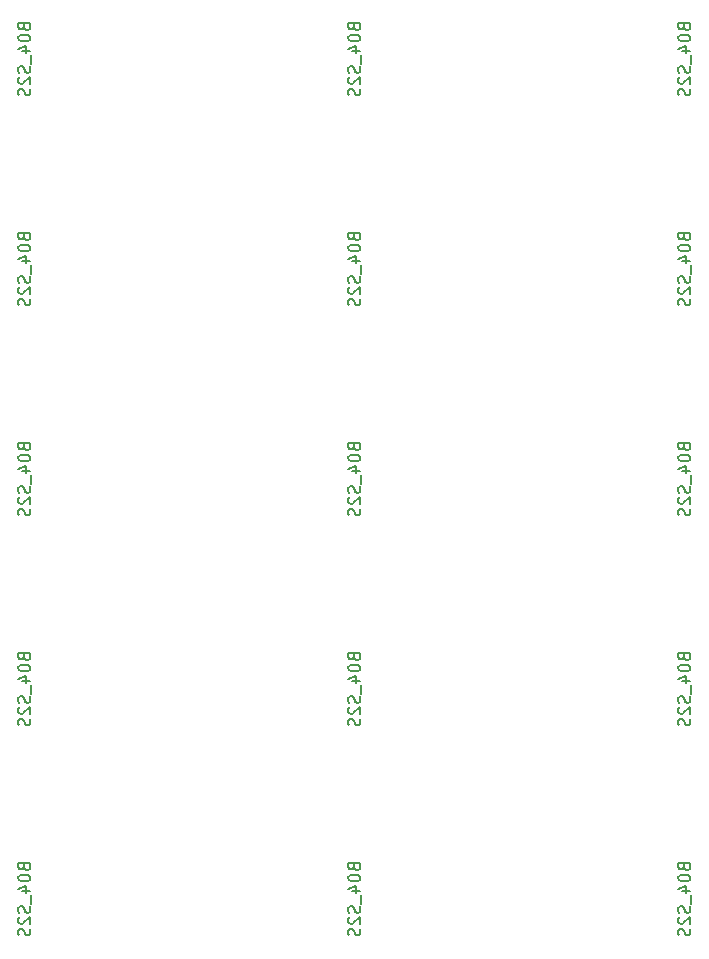
<source format=gbr>
G04 #@! TF.GenerationSoftware,KiCad,Pcbnew,5.1.5-52549c5~86~ubuntu18.04.1*
G04 #@! TF.CreationDate,2020-10-02T17:29:00-05:00*
G04 #@! TF.ProjectId,,58585858-5858-4585-9858-585858585858,rev?*
G04 #@! TF.SameCoordinates,Original*
G04 #@! TF.FileFunction,Legend,Bot*
G04 #@! TF.FilePolarity,Positive*
%FSLAX46Y46*%
G04 Gerber Fmt 4.6, Leading zero omitted, Abs format (unit mm)*
G04 Created by KiCad (PCBNEW 5.1.5-52549c5~86~ubuntu18.04.1) date 2020-10-02 17:29:00*
%MOMM*%
%LPD*%
G04 APERTURE LIST*
%ADD10C,0.150000*%
G04 APERTURE END LIST*
D10*
X178490571Y-139346323D02*
X178538190Y-139489180D01*
X178585809Y-139536800D01*
X178681047Y-139584419D01*
X178823904Y-139584419D01*
X178919142Y-139536800D01*
X178966761Y-139489180D01*
X179014380Y-139393942D01*
X179014380Y-139012990D01*
X178014380Y-139012990D01*
X178014380Y-139346323D01*
X178062000Y-139441561D01*
X178109619Y-139489180D01*
X178204857Y-139536800D01*
X178300095Y-139536800D01*
X178395333Y-139489180D01*
X178442952Y-139441561D01*
X178490571Y-139346323D01*
X178490571Y-139012990D01*
X178014380Y-140203466D02*
X178014380Y-140298704D01*
X178062000Y-140393942D01*
X178109619Y-140441561D01*
X178204857Y-140489180D01*
X178395333Y-140536800D01*
X178633428Y-140536800D01*
X178823904Y-140489180D01*
X178919142Y-140441561D01*
X178966761Y-140393942D01*
X179014380Y-140298704D01*
X179014380Y-140203466D01*
X178966761Y-140108228D01*
X178919142Y-140060609D01*
X178823904Y-140012990D01*
X178633428Y-139965371D01*
X178395333Y-139965371D01*
X178204857Y-140012990D01*
X178109619Y-140060609D01*
X178062000Y-140108228D01*
X178014380Y-140203466D01*
X178347714Y-141393942D02*
X179014380Y-141393942D01*
X177966761Y-141155847D02*
X178681047Y-140917752D01*
X178681047Y-141536800D01*
X179109619Y-141679657D02*
X179109619Y-142441561D01*
X178966761Y-142632038D02*
X179014380Y-142774895D01*
X179014380Y-143012990D01*
X178966761Y-143108228D01*
X178919142Y-143155847D01*
X178823904Y-143203466D01*
X178728666Y-143203466D01*
X178633428Y-143155847D01*
X178585809Y-143108228D01*
X178538190Y-143012990D01*
X178490571Y-142822514D01*
X178442952Y-142727276D01*
X178395333Y-142679657D01*
X178300095Y-142632038D01*
X178204857Y-142632038D01*
X178109619Y-142679657D01*
X178062000Y-142727276D01*
X178014380Y-142822514D01*
X178014380Y-143060609D01*
X178062000Y-143203466D01*
X178109619Y-143584419D02*
X178062000Y-143632038D01*
X178014380Y-143727276D01*
X178014380Y-143965371D01*
X178062000Y-144060609D01*
X178109619Y-144108228D01*
X178204857Y-144155847D01*
X178300095Y-144155847D01*
X178442952Y-144108228D01*
X179014380Y-143536800D01*
X179014380Y-144155847D01*
X178966761Y-144536800D02*
X179014380Y-144679657D01*
X179014380Y-144917752D01*
X178966761Y-145012990D01*
X178919142Y-145060609D01*
X178823904Y-145108228D01*
X178728666Y-145108228D01*
X178633428Y-145060609D01*
X178585809Y-145012990D01*
X178538190Y-144917752D01*
X178490571Y-144727276D01*
X178442952Y-144632038D01*
X178395333Y-144584419D01*
X178300095Y-144536800D01*
X178204857Y-144536800D01*
X178109619Y-144584419D01*
X178062000Y-144632038D01*
X178014380Y-144727276D01*
X178014380Y-144965371D01*
X178062000Y-145108228D01*
X150550571Y-139346323D02*
X150598190Y-139489180D01*
X150645809Y-139536800D01*
X150741047Y-139584419D01*
X150883904Y-139584419D01*
X150979142Y-139536800D01*
X151026761Y-139489180D01*
X151074380Y-139393942D01*
X151074380Y-139012990D01*
X150074380Y-139012990D01*
X150074380Y-139346323D01*
X150122000Y-139441561D01*
X150169619Y-139489180D01*
X150264857Y-139536800D01*
X150360095Y-139536800D01*
X150455333Y-139489180D01*
X150502952Y-139441561D01*
X150550571Y-139346323D01*
X150550571Y-139012990D01*
X150074380Y-140203466D02*
X150074380Y-140298704D01*
X150122000Y-140393942D01*
X150169619Y-140441561D01*
X150264857Y-140489180D01*
X150455333Y-140536800D01*
X150693428Y-140536800D01*
X150883904Y-140489180D01*
X150979142Y-140441561D01*
X151026761Y-140393942D01*
X151074380Y-140298704D01*
X151074380Y-140203466D01*
X151026761Y-140108228D01*
X150979142Y-140060609D01*
X150883904Y-140012990D01*
X150693428Y-139965371D01*
X150455333Y-139965371D01*
X150264857Y-140012990D01*
X150169619Y-140060609D01*
X150122000Y-140108228D01*
X150074380Y-140203466D01*
X150407714Y-141393942D02*
X151074380Y-141393942D01*
X150026761Y-141155847D02*
X150741047Y-140917752D01*
X150741047Y-141536800D01*
X151169619Y-141679657D02*
X151169619Y-142441561D01*
X151026761Y-142632038D02*
X151074380Y-142774895D01*
X151074380Y-143012990D01*
X151026761Y-143108228D01*
X150979142Y-143155847D01*
X150883904Y-143203466D01*
X150788666Y-143203466D01*
X150693428Y-143155847D01*
X150645809Y-143108228D01*
X150598190Y-143012990D01*
X150550571Y-142822514D01*
X150502952Y-142727276D01*
X150455333Y-142679657D01*
X150360095Y-142632038D01*
X150264857Y-142632038D01*
X150169619Y-142679657D01*
X150122000Y-142727276D01*
X150074380Y-142822514D01*
X150074380Y-143060609D01*
X150122000Y-143203466D01*
X150169619Y-143584419D02*
X150122000Y-143632038D01*
X150074380Y-143727276D01*
X150074380Y-143965371D01*
X150122000Y-144060609D01*
X150169619Y-144108228D01*
X150264857Y-144155847D01*
X150360095Y-144155847D01*
X150502952Y-144108228D01*
X151074380Y-143536800D01*
X151074380Y-144155847D01*
X151026761Y-144536800D02*
X151074380Y-144679657D01*
X151074380Y-144917752D01*
X151026761Y-145012990D01*
X150979142Y-145060609D01*
X150883904Y-145108228D01*
X150788666Y-145108228D01*
X150693428Y-145060609D01*
X150645809Y-145012990D01*
X150598190Y-144917752D01*
X150550571Y-144727276D01*
X150502952Y-144632038D01*
X150455333Y-144584419D01*
X150360095Y-144536800D01*
X150264857Y-144536800D01*
X150169619Y-144584419D01*
X150122000Y-144632038D01*
X150074380Y-144727276D01*
X150074380Y-144965371D01*
X150122000Y-145108228D01*
X122610571Y-139346323D02*
X122658190Y-139489180D01*
X122705809Y-139536800D01*
X122801047Y-139584419D01*
X122943904Y-139584419D01*
X123039142Y-139536800D01*
X123086761Y-139489180D01*
X123134380Y-139393942D01*
X123134380Y-139012990D01*
X122134380Y-139012990D01*
X122134380Y-139346323D01*
X122182000Y-139441561D01*
X122229619Y-139489180D01*
X122324857Y-139536800D01*
X122420095Y-139536800D01*
X122515333Y-139489180D01*
X122562952Y-139441561D01*
X122610571Y-139346323D01*
X122610571Y-139012990D01*
X122134380Y-140203466D02*
X122134380Y-140298704D01*
X122182000Y-140393942D01*
X122229619Y-140441561D01*
X122324857Y-140489180D01*
X122515333Y-140536800D01*
X122753428Y-140536800D01*
X122943904Y-140489180D01*
X123039142Y-140441561D01*
X123086761Y-140393942D01*
X123134380Y-140298704D01*
X123134380Y-140203466D01*
X123086761Y-140108228D01*
X123039142Y-140060609D01*
X122943904Y-140012990D01*
X122753428Y-139965371D01*
X122515333Y-139965371D01*
X122324857Y-140012990D01*
X122229619Y-140060609D01*
X122182000Y-140108228D01*
X122134380Y-140203466D01*
X122467714Y-141393942D02*
X123134380Y-141393942D01*
X122086761Y-141155847D02*
X122801047Y-140917752D01*
X122801047Y-141536800D01*
X123229619Y-141679657D02*
X123229619Y-142441561D01*
X123086761Y-142632038D02*
X123134380Y-142774895D01*
X123134380Y-143012990D01*
X123086761Y-143108228D01*
X123039142Y-143155847D01*
X122943904Y-143203466D01*
X122848666Y-143203466D01*
X122753428Y-143155847D01*
X122705809Y-143108228D01*
X122658190Y-143012990D01*
X122610571Y-142822514D01*
X122562952Y-142727276D01*
X122515333Y-142679657D01*
X122420095Y-142632038D01*
X122324857Y-142632038D01*
X122229619Y-142679657D01*
X122182000Y-142727276D01*
X122134380Y-142822514D01*
X122134380Y-143060609D01*
X122182000Y-143203466D01*
X122229619Y-143584419D02*
X122182000Y-143632038D01*
X122134380Y-143727276D01*
X122134380Y-143965371D01*
X122182000Y-144060609D01*
X122229619Y-144108228D01*
X122324857Y-144155847D01*
X122420095Y-144155847D01*
X122562952Y-144108228D01*
X123134380Y-143536800D01*
X123134380Y-144155847D01*
X123086761Y-144536800D02*
X123134380Y-144679657D01*
X123134380Y-144917752D01*
X123086761Y-145012990D01*
X123039142Y-145060609D01*
X122943904Y-145108228D01*
X122848666Y-145108228D01*
X122753428Y-145060609D01*
X122705809Y-145012990D01*
X122658190Y-144917752D01*
X122610571Y-144727276D01*
X122562952Y-144632038D01*
X122515333Y-144584419D01*
X122420095Y-144536800D01*
X122324857Y-144536800D01*
X122229619Y-144584419D01*
X122182000Y-144632038D01*
X122134380Y-144727276D01*
X122134380Y-144965371D01*
X122182000Y-145108228D01*
X178490571Y-121566323D02*
X178538190Y-121709180D01*
X178585809Y-121756800D01*
X178681047Y-121804419D01*
X178823904Y-121804419D01*
X178919142Y-121756800D01*
X178966761Y-121709180D01*
X179014380Y-121613942D01*
X179014380Y-121232990D01*
X178014380Y-121232990D01*
X178014380Y-121566323D01*
X178062000Y-121661561D01*
X178109619Y-121709180D01*
X178204857Y-121756800D01*
X178300095Y-121756800D01*
X178395333Y-121709180D01*
X178442952Y-121661561D01*
X178490571Y-121566323D01*
X178490571Y-121232990D01*
X178014380Y-122423466D02*
X178014380Y-122518704D01*
X178062000Y-122613942D01*
X178109619Y-122661561D01*
X178204857Y-122709180D01*
X178395333Y-122756800D01*
X178633428Y-122756800D01*
X178823904Y-122709180D01*
X178919142Y-122661561D01*
X178966761Y-122613942D01*
X179014380Y-122518704D01*
X179014380Y-122423466D01*
X178966761Y-122328228D01*
X178919142Y-122280609D01*
X178823904Y-122232990D01*
X178633428Y-122185371D01*
X178395333Y-122185371D01*
X178204857Y-122232990D01*
X178109619Y-122280609D01*
X178062000Y-122328228D01*
X178014380Y-122423466D01*
X178347714Y-123613942D02*
X179014380Y-123613942D01*
X177966761Y-123375847D02*
X178681047Y-123137752D01*
X178681047Y-123756800D01*
X179109619Y-123899657D02*
X179109619Y-124661561D01*
X178966761Y-124852038D02*
X179014380Y-124994895D01*
X179014380Y-125232990D01*
X178966761Y-125328228D01*
X178919142Y-125375847D01*
X178823904Y-125423466D01*
X178728666Y-125423466D01*
X178633428Y-125375847D01*
X178585809Y-125328228D01*
X178538190Y-125232990D01*
X178490571Y-125042514D01*
X178442952Y-124947276D01*
X178395333Y-124899657D01*
X178300095Y-124852038D01*
X178204857Y-124852038D01*
X178109619Y-124899657D01*
X178062000Y-124947276D01*
X178014380Y-125042514D01*
X178014380Y-125280609D01*
X178062000Y-125423466D01*
X178109619Y-125804419D02*
X178062000Y-125852038D01*
X178014380Y-125947276D01*
X178014380Y-126185371D01*
X178062000Y-126280609D01*
X178109619Y-126328228D01*
X178204857Y-126375847D01*
X178300095Y-126375847D01*
X178442952Y-126328228D01*
X179014380Y-125756800D01*
X179014380Y-126375847D01*
X178966761Y-126756800D02*
X179014380Y-126899657D01*
X179014380Y-127137752D01*
X178966761Y-127232990D01*
X178919142Y-127280609D01*
X178823904Y-127328228D01*
X178728666Y-127328228D01*
X178633428Y-127280609D01*
X178585809Y-127232990D01*
X178538190Y-127137752D01*
X178490571Y-126947276D01*
X178442952Y-126852038D01*
X178395333Y-126804419D01*
X178300095Y-126756800D01*
X178204857Y-126756800D01*
X178109619Y-126804419D01*
X178062000Y-126852038D01*
X178014380Y-126947276D01*
X178014380Y-127185371D01*
X178062000Y-127328228D01*
X150550571Y-121566323D02*
X150598190Y-121709180D01*
X150645809Y-121756800D01*
X150741047Y-121804419D01*
X150883904Y-121804419D01*
X150979142Y-121756800D01*
X151026761Y-121709180D01*
X151074380Y-121613942D01*
X151074380Y-121232990D01*
X150074380Y-121232990D01*
X150074380Y-121566323D01*
X150122000Y-121661561D01*
X150169619Y-121709180D01*
X150264857Y-121756800D01*
X150360095Y-121756800D01*
X150455333Y-121709180D01*
X150502952Y-121661561D01*
X150550571Y-121566323D01*
X150550571Y-121232990D01*
X150074380Y-122423466D02*
X150074380Y-122518704D01*
X150122000Y-122613942D01*
X150169619Y-122661561D01*
X150264857Y-122709180D01*
X150455333Y-122756800D01*
X150693428Y-122756800D01*
X150883904Y-122709180D01*
X150979142Y-122661561D01*
X151026761Y-122613942D01*
X151074380Y-122518704D01*
X151074380Y-122423466D01*
X151026761Y-122328228D01*
X150979142Y-122280609D01*
X150883904Y-122232990D01*
X150693428Y-122185371D01*
X150455333Y-122185371D01*
X150264857Y-122232990D01*
X150169619Y-122280609D01*
X150122000Y-122328228D01*
X150074380Y-122423466D01*
X150407714Y-123613942D02*
X151074380Y-123613942D01*
X150026761Y-123375847D02*
X150741047Y-123137752D01*
X150741047Y-123756800D01*
X151169619Y-123899657D02*
X151169619Y-124661561D01*
X151026761Y-124852038D02*
X151074380Y-124994895D01*
X151074380Y-125232990D01*
X151026761Y-125328228D01*
X150979142Y-125375847D01*
X150883904Y-125423466D01*
X150788666Y-125423466D01*
X150693428Y-125375847D01*
X150645809Y-125328228D01*
X150598190Y-125232990D01*
X150550571Y-125042514D01*
X150502952Y-124947276D01*
X150455333Y-124899657D01*
X150360095Y-124852038D01*
X150264857Y-124852038D01*
X150169619Y-124899657D01*
X150122000Y-124947276D01*
X150074380Y-125042514D01*
X150074380Y-125280609D01*
X150122000Y-125423466D01*
X150169619Y-125804419D02*
X150122000Y-125852038D01*
X150074380Y-125947276D01*
X150074380Y-126185371D01*
X150122000Y-126280609D01*
X150169619Y-126328228D01*
X150264857Y-126375847D01*
X150360095Y-126375847D01*
X150502952Y-126328228D01*
X151074380Y-125756800D01*
X151074380Y-126375847D01*
X151026761Y-126756800D02*
X151074380Y-126899657D01*
X151074380Y-127137752D01*
X151026761Y-127232990D01*
X150979142Y-127280609D01*
X150883904Y-127328228D01*
X150788666Y-127328228D01*
X150693428Y-127280609D01*
X150645809Y-127232990D01*
X150598190Y-127137752D01*
X150550571Y-126947276D01*
X150502952Y-126852038D01*
X150455333Y-126804419D01*
X150360095Y-126756800D01*
X150264857Y-126756800D01*
X150169619Y-126804419D01*
X150122000Y-126852038D01*
X150074380Y-126947276D01*
X150074380Y-127185371D01*
X150122000Y-127328228D01*
X122610571Y-121566323D02*
X122658190Y-121709180D01*
X122705809Y-121756800D01*
X122801047Y-121804419D01*
X122943904Y-121804419D01*
X123039142Y-121756800D01*
X123086761Y-121709180D01*
X123134380Y-121613942D01*
X123134380Y-121232990D01*
X122134380Y-121232990D01*
X122134380Y-121566323D01*
X122182000Y-121661561D01*
X122229619Y-121709180D01*
X122324857Y-121756800D01*
X122420095Y-121756800D01*
X122515333Y-121709180D01*
X122562952Y-121661561D01*
X122610571Y-121566323D01*
X122610571Y-121232990D01*
X122134380Y-122423466D02*
X122134380Y-122518704D01*
X122182000Y-122613942D01*
X122229619Y-122661561D01*
X122324857Y-122709180D01*
X122515333Y-122756800D01*
X122753428Y-122756800D01*
X122943904Y-122709180D01*
X123039142Y-122661561D01*
X123086761Y-122613942D01*
X123134380Y-122518704D01*
X123134380Y-122423466D01*
X123086761Y-122328228D01*
X123039142Y-122280609D01*
X122943904Y-122232990D01*
X122753428Y-122185371D01*
X122515333Y-122185371D01*
X122324857Y-122232990D01*
X122229619Y-122280609D01*
X122182000Y-122328228D01*
X122134380Y-122423466D01*
X122467714Y-123613942D02*
X123134380Y-123613942D01*
X122086761Y-123375847D02*
X122801047Y-123137752D01*
X122801047Y-123756800D01*
X123229619Y-123899657D02*
X123229619Y-124661561D01*
X123086761Y-124852038D02*
X123134380Y-124994895D01*
X123134380Y-125232990D01*
X123086761Y-125328228D01*
X123039142Y-125375847D01*
X122943904Y-125423466D01*
X122848666Y-125423466D01*
X122753428Y-125375847D01*
X122705809Y-125328228D01*
X122658190Y-125232990D01*
X122610571Y-125042514D01*
X122562952Y-124947276D01*
X122515333Y-124899657D01*
X122420095Y-124852038D01*
X122324857Y-124852038D01*
X122229619Y-124899657D01*
X122182000Y-124947276D01*
X122134380Y-125042514D01*
X122134380Y-125280609D01*
X122182000Y-125423466D01*
X122229619Y-125804419D02*
X122182000Y-125852038D01*
X122134380Y-125947276D01*
X122134380Y-126185371D01*
X122182000Y-126280609D01*
X122229619Y-126328228D01*
X122324857Y-126375847D01*
X122420095Y-126375847D01*
X122562952Y-126328228D01*
X123134380Y-125756800D01*
X123134380Y-126375847D01*
X123086761Y-126756800D02*
X123134380Y-126899657D01*
X123134380Y-127137752D01*
X123086761Y-127232990D01*
X123039142Y-127280609D01*
X122943904Y-127328228D01*
X122848666Y-127328228D01*
X122753428Y-127280609D01*
X122705809Y-127232990D01*
X122658190Y-127137752D01*
X122610571Y-126947276D01*
X122562952Y-126852038D01*
X122515333Y-126804419D01*
X122420095Y-126756800D01*
X122324857Y-126756800D01*
X122229619Y-126804419D01*
X122182000Y-126852038D01*
X122134380Y-126947276D01*
X122134380Y-127185371D01*
X122182000Y-127328228D01*
X178490571Y-103786323D02*
X178538190Y-103929180D01*
X178585809Y-103976800D01*
X178681047Y-104024419D01*
X178823904Y-104024419D01*
X178919142Y-103976800D01*
X178966761Y-103929180D01*
X179014380Y-103833942D01*
X179014380Y-103452990D01*
X178014380Y-103452990D01*
X178014380Y-103786323D01*
X178062000Y-103881561D01*
X178109619Y-103929180D01*
X178204857Y-103976800D01*
X178300095Y-103976800D01*
X178395333Y-103929180D01*
X178442952Y-103881561D01*
X178490571Y-103786323D01*
X178490571Y-103452990D01*
X178014380Y-104643466D02*
X178014380Y-104738704D01*
X178062000Y-104833942D01*
X178109619Y-104881561D01*
X178204857Y-104929180D01*
X178395333Y-104976800D01*
X178633428Y-104976800D01*
X178823904Y-104929180D01*
X178919142Y-104881561D01*
X178966761Y-104833942D01*
X179014380Y-104738704D01*
X179014380Y-104643466D01*
X178966761Y-104548228D01*
X178919142Y-104500609D01*
X178823904Y-104452990D01*
X178633428Y-104405371D01*
X178395333Y-104405371D01*
X178204857Y-104452990D01*
X178109619Y-104500609D01*
X178062000Y-104548228D01*
X178014380Y-104643466D01*
X178347714Y-105833942D02*
X179014380Y-105833942D01*
X177966761Y-105595847D02*
X178681047Y-105357752D01*
X178681047Y-105976800D01*
X179109619Y-106119657D02*
X179109619Y-106881561D01*
X178966761Y-107072038D02*
X179014380Y-107214895D01*
X179014380Y-107452990D01*
X178966761Y-107548228D01*
X178919142Y-107595847D01*
X178823904Y-107643466D01*
X178728666Y-107643466D01*
X178633428Y-107595847D01*
X178585809Y-107548228D01*
X178538190Y-107452990D01*
X178490571Y-107262514D01*
X178442952Y-107167276D01*
X178395333Y-107119657D01*
X178300095Y-107072038D01*
X178204857Y-107072038D01*
X178109619Y-107119657D01*
X178062000Y-107167276D01*
X178014380Y-107262514D01*
X178014380Y-107500609D01*
X178062000Y-107643466D01*
X178109619Y-108024419D02*
X178062000Y-108072038D01*
X178014380Y-108167276D01*
X178014380Y-108405371D01*
X178062000Y-108500609D01*
X178109619Y-108548228D01*
X178204857Y-108595847D01*
X178300095Y-108595847D01*
X178442952Y-108548228D01*
X179014380Y-107976800D01*
X179014380Y-108595847D01*
X178966761Y-108976800D02*
X179014380Y-109119657D01*
X179014380Y-109357752D01*
X178966761Y-109452990D01*
X178919142Y-109500609D01*
X178823904Y-109548228D01*
X178728666Y-109548228D01*
X178633428Y-109500609D01*
X178585809Y-109452990D01*
X178538190Y-109357752D01*
X178490571Y-109167276D01*
X178442952Y-109072038D01*
X178395333Y-109024419D01*
X178300095Y-108976800D01*
X178204857Y-108976800D01*
X178109619Y-109024419D01*
X178062000Y-109072038D01*
X178014380Y-109167276D01*
X178014380Y-109405371D01*
X178062000Y-109548228D01*
X150550571Y-103786323D02*
X150598190Y-103929180D01*
X150645809Y-103976800D01*
X150741047Y-104024419D01*
X150883904Y-104024419D01*
X150979142Y-103976800D01*
X151026761Y-103929180D01*
X151074380Y-103833942D01*
X151074380Y-103452990D01*
X150074380Y-103452990D01*
X150074380Y-103786323D01*
X150122000Y-103881561D01*
X150169619Y-103929180D01*
X150264857Y-103976800D01*
X150360095Y-103976800D01*
X150455333Y-103929180D01*
X150502952Y-103881561D01*
X150550571Y-103786323D01*
X150550571Y-103452990D01*
X150074380Y-104643466D02*
X150074380Y-104738704D01*
X150122000Y-104833942D01*
X150169619Y-104881561D01*
X150264857Y-104929180D01*
X150455333Y-104976800D01*
X150693428Y-104976800D01*
X150883904Y-104929180D01*
X150979142Y-104881561D01*
X151026761Y-104833942D01*
X151074380Y-104738704D01*
X151074380Y-104643466D01*
X151026761Y-104548228D01*
X150979142Y-104500609D01*
X150883904Y-104452990D01*
X150693428Y-104405371D01*
X150455333Y-104405371D01*
X150264857Y-104452990D01*
X150169619Y-104500609D01*
X150122000Y-104548228D01*
X150074380Y-104643466D01*
X150407714Y-105833942D02*
X151074380Y-105833942D01*
X150026761Y-105595847D02*
X150741047Y-105357752D01*
X150741047Y-105976800D01*
X151169619Y-106119657D02*
X151169619Y-106881561D01*
X151026761Y-107072038D02*
X151074380Y-107214895D01*
X151074380Y-107452990D01*
X151026761Y-107548228D01*
X150979142Y-107595847D01*
X150883904Y-107643466D01*
X150788666Y-107643466D01*
X150693428Y-107595847D01*
X150645809Y-107548228D01*
X150598190Y-107452990D01*
X150550571Y-107262514D01*
X150502952Y-107167276D01*
X150455333Y-107119657D01*
X150360095Y-107072038D01*
X150264857Y-107072038D01*
X150169619Y-107119657D01*
X150122000Y-107167276D01*
X150074380Y-107262514D01*
X150074380Y-107500609D01*
X150122000Y-107643466D01*
X150169619Y-108024419D02*
X150122000Y-108072038D01*
X150074380Y-108167276D01*
X150074380Y-108405371D01*
X150122000Y-108500609D01*
X150169619Y-108548228D01*
X150264857Y-108595847D01*
X150360095Y-108595847D01*
X150502952Y-108548228D01*
X151074380Y-107976800D01*
X151074380Y-108595847D01*
X151026761Y-108976800D02*
X151074380Y-109119657D01*
X151074380Y-109357752D01*
X151026761Y-109452990D01*
X150979142Y-109500609D01*
X150883904Y-109548228D01*
X150788666Y-109548228D01*
X150693428Y-109500609D01*
X150645809Y-109452990D01*
X150598190Y-109357752D01*
X150550571Y-109167276D01*
X150502952Y-109072038D01*
X150455333Y-109024419D01*
X150360095Y-108976800D01*
X150264857Y-108976800D01*
X150169619Y-109024419D01*
X150122000Y-109072038D01*
X150074380Y-109167276D01*
X150074380Y-109405371D01*
X150122000Y-109548228D01*
X122610571Y-103786323D02*
X122658190Y-103929180D01*
X122705809Y-103976800D01*
X122801047Y-104024419D01*
X122943904Y-104024419D01*
X123039142Y-103976800D01*
X123086761Y-103929180D01*
X123134380Y-103833942D01*
X123134380Y-103452990D01*
X122134380Y-103452990D01*
X122134380Y-103786323D01*
X122182000Y-103881561D01*
X122229619Y-103929180D01*
X122324857Y-103976800D01*
X122420095Y-103976800D01*
X122515333Y-103929180D01*
X122562952Y-103881561D01*
X122610571Y-103786323D01*
X122610571Y-103452990D01*
X122134380Y-104643466D02*
X122134380Y-104738704D01*
X122182000Y-104833942D01*
X122229619Y-104881561D01*
X122324857Y-104929180D01*
X122515333Y-104976800D01*
X122753428Y-104976800D01*
X122943904Y-104929180D01*
X123039142Y-104881561D01*
X123086761Y-104833942D01*
X123134380Y-104738704D01*
X123134380Y-104643466D01*
X123086761Y-104548228D01*
X123039142Y-104500609D01*
X122943904Y-104452990D01*
X122753428Y-104405371D01*
X122515333Y-104405371D01*
X122324857Y-104452990D01*
X122229619Y-104500609D01*
X122182000Y-104548228D01*
X122134380Y-104643466D01*
X122467714Y-105833942D02*
X123134380Y-105833942D01*
X122086761Y-105595847D02*
X122801047Y-105357752D01*
X122801047Y-105976800D01*
X123229619Y-106119657D02*
X123229619Y-106881561D01*
X123086761Y-107072038D02*
X123134380Y-107214895D01*
X123134380Y-107452990D01*
X123086761Y-107548228D01*
X123039142Y-107595847D01*
X122943904Y-107643466D01*
X122848666Y-107643466D01*
X122753428Y-107595847D01*
X122705809Y-107548228D01*
X122658190Y-107452990D01*
X122610571Y-107262514D01*
X122562952Y-107167276D01*
X122515333Y-107119657D01*
X122420095Y-107072038D01*
X122324857Y-107072038D01*
X122229619Y-107119657D01*
X122182000Y-107167276D01*
X122134380Y-107262514D01*
X122134380Y-107500609D01*
X122182000Y-107643466D01*
X122229619Y-108024419D02*
X122182000Y-108072038D01*
X122134380Y-108167276D01*
X122134380Y-108405371D01*
X122182000Y-108500609D01*
X122229619Y-108548228D01*
X122324857Y-108595847D01*
X122420095Y-108595847D01*
X122562952Y-108548228D01*
X123134380Y-107976800D01*
X123134380Y-108595847D01*
X123086761Y-108976800D02*
X123134380Y-109119657D01*
X123134380Y-109357752D01*
X123086761Y-109452990D01*
X123039142Y-109500609D01*
X122943904Y-109548228D01*
X122848666Y-109548228D01*
X122753428Y-109500609D01*
X122705809Y-109452990D01*
X122658190Y-109357752D01*
X122610571Y-109167276D01*
X122562952Y-109072038D01*
X122515333Y-109024419D01*
X122420095Y-108976800D01*
X122324857Y-108976800D01*
X122229619Y-109024419D01*
X122182000Y-109072038D01*
X122134380Y-109167276D01*
X122134380Y-109405371D01*
X122182000Y-109548228D01*
X178490571Y-86006323D02*
X178538190Y-86149180D01*
X178585809Y-86196800D01*
X178681047Y-86244419D01*
X178823904Y-86244419D01*
X178919142Y-86196800D01*
X178966761Y-86149180D01*
X179014380Y-86053942D01*
X179014380Y-85672990D01*
X178014380Y-85672990D01*
X178014380Y-86006323D01*
X178062000Y-86101561D01*
X178109619Y-86149180D01*
X178204857Y-86196800D01*
X178300095Y-86196800D01*
X178395333Y-86149180D01*
X178442952Y-86101561D01*
X178490571Y-86006323D01*
X178490571Y-85672990D01*
X178014380Y-86863466D02*
X178014380Y-86958704D01*
X178062000Y-87053942D01*
X178109619Y-87101561D01*
X178204857Y-87149180D01*
X178395333Y-87196800D01*
X178633428Y-87196800D01*
X178823904Y-87149180D01*
X178919142Y-87101561D01*
X178966761Y-87053942D01*
X179014380Y-86958704D01*
X179014380Y-86863466D01*
X178966761Y-86768228D01*
X178919142Y-86720609D01*
X178823904Y-86672990D01*
X178633428Y-86625371D01*
X178395333Y-86625371D01*
X178204857Y-86672990D01*
X178109619Y-86720609D01*
X178062000Y-86768228D01*
X178014380Y-86863466D01*
X178347714Y-88053942D02*
X179014380Y-88053942D01*
X177966761Y-87815847D02*
X178681047Y-87577752D01*
X178681047Y-88196800D01*
X179109619Y-88339657D02*
X179109619Y-89101561D01*
X178966761Y-89292038D02*
X179014380Y-89434895D01*
X179014380Y-89672990D01*
X178966761Y-89768228D01*
X178919142Y-89815847D01*
X178823904Y-89863466D01*
X178728666Y-89863466D01*
X178633428Y-89815847D01*
X178585809Y-89768228D01*
X178538190Y-89672990D01*
X178490571Y-89482514D01*
X178442952Y-89387276D01*
X178395333Y-89339657D01*
X178300095Y-89292038D01*
X178204857Y-89292038D01*
X178109619Y-89339657D01*
X178062000Y-89387276D01*
X178014380Y-89482514D01*
X178014380Y-89720609D01*
X178062000Y-89863466D01*
X178109619Y-90244419D02*
X178062000Y-90292038D01*
X178014380Y-90387276D01*
X178014380Y-90625371D01*
X178062000Y-90720609D01*
X178109619Y-90768228D01*
X178204857Y-90815847D01*
X178300095Y-90815847D01*
X178442952Y-90768228D01*
X179014380Y-90196800D01*
X179014380Y-90815847D01*
X178966761Y-91196800D02*
X179014380Y-91339657D01*
X179014380Y-91577752D01*
X178966761Y-91672990D01*
X178919142Y-91720609D01*
X178823904Y-91768228D01*
X178728666Y-91768228D01*
X178633428Y-91720609D01*
X178585809Y-91672990D01*
X178538190Y-91577752D01*
X178490571Y-91387276D01*
X178442952Y-91292038D01*
X178395333Y-91244419D01*
X178300095Y-91196800D01*
X178204857Y-91196800D01*
X178109619Y-91244419D01*
X178062000Y-91292038D01*
X178014380Y-91387276D01*
X178014380Y-91625371D01*
X178062000Y-91768228D01*
X150550571Y-86006323D02*
X150598190Y-86149180D01*
X150645809Y-86196800D01*
X150741047Y-86244419D01*
X150883904Y-86244419D01*
X150979142Y-86196800D01*
X151026761Y-86149180D01*
X151074380Y-86053942D01*
X151074380Y-85672990D01*
X150074380Y-85672990D01*
X150074380Y-86006323D01*
X150122000Y-86101561D01*
X150169619Y-86149180D01*
X150264857Y-86196800D01*
X150360095Y-86196800D01*
X150455333Y-86149180D01*
X150502952Y-86101561D01*
X150550571Y-86006323D01*
X150550571Y-85672990D01*
X150074380Y-86863466D02*
X150074380Y-86958704D01*
X150122000Y-87053942D01*
X150169619Y-87101561D01*
X150264857Y-87149180D01*
X150455333Y-87196800D01*
X150693428Y-87196800D01*
X150883904Y-87149180D01*
X150979142Y-87101561D01*
X151026761Y-87053942D01*
X151074380Y-86958704D01*
X151074380Y-86863466D01*
X151026761Y-86768228D01*
X150979142Y-86720609D01*
X150883904Y-86672990D01*
X150693428Y-86625371D01*
X150455333Y-86625371D01*
X150264857Y-86672990D01*
X150169619Y-86720609D01*
X150122000Y-86768228D01*
X150074380Y-86863466D01*
X150407714Y-88053942D02*
X151074380Y-88053942D01*
X150026761Y-87815847D02*
X150741047Y-87577752D01*
X150741047Y-88196800D01*
X151169619Y-88339657D02*
X151169619Y-89101561D01*
X151026761Y-89292038D02*
X151074380Y-89434895D01*
X151074380Y-89672990D01*
X151026761Y-89768228D01*
X150979142Y-89815847D01*
X150883904Y-89863466D01*
X150788666Y-89863466D01*
X150693428Y-89815847D01*
X150645809Y-89768228D01*
X150598190Y-89672990D01*
X150550571Y-89482514D01*
X150502952Y-89387276D01*
X150455333Y-89339657D01*
X150360095Y-89292038D01*
X150264857Y-89292038D01*
X150169619Y-89339657D01*
X150122000Y-89387276D01*
X150074380Y-89482514D01*
X150074380Y-89720609D01*
X150122000Y-89863466D01*
X150169619Y-90244419D02*
X150122000Y-90292038D01*
X150074380Y-90387276D01*
X150074380Y-90625371D01*
X150122000Y-90720609D01*
X150169619Y-90768228D01*
X150264857Y-90815847D01*
X150360095Y-90815847D01*
X150502952Y-90768228D01*
X151074380Y-90196800D01*
X151074380Y-90815847D01*
X151026761Y-91196800D02*
X151074380Y-91339657D01*
X151074380Y-91577752D01*
X151026761Y-91672990D01*
X150979142Y-91720609D01*
X150883904Y-91768228D01*
X150788666Y-91768228D01*
X150693428Y-91720609D01*
X150645809Y-91672990D01*
X150598190Y-91577752D01*
X150550571Y-91387276D01*
X150502952Y-91292038D01*
X150455333Y-91244419D01*
X150360095Y-91196800D01*
X150264857Y-91196800D01*
X150169619Y-91244419D01*
X150122000Y-91292038D01*
X150074380Y-91387276D01*
X150074380Y-91625371D01*
X150122000Y-91768228D01*
X122610571Y-86006323D02*
X122658190Y-86149180D01*
X122705809Y-86196800D01*
X122801047Y-86244419D01*
X122943904Y-86244419D01*
X123039142Y-86196800D01*
X123086761Y-86149180D01*
X123134380Y-86053942D01*
X123134380Y-85672990D01*
X122134380Y-85672990D01*
X122134380Y-86006323D01*
X122182000Y-86101561D01*
X122229619Y-86149180D01*
X122324857Y-86196800D01*
X122420095Y-86196800D01*
X122515333Y-86149180D01*
X122562952Y-86101561D01*
X122610571Y-86006323D01*
X122610571Y-85672990D01*
X122134380Y-86863466D02*
X122134380Y-86958704D01*
X122182000Y-87053942D01*
X122229619Y-87101561D01*
X122324857Y-87149180D01*
X122515333Y-87196800D01*
X122753428Y-87196800D01*
X122943904Y-87149180D01*
X123039142Y-87101561D01*
X123086761Y-87053942D01*
X123134380Y-86958704D01*
X123134380Y-86863466D01*
X123086761Y-86768228D01*
X123039142Y-86720609D01*
X122943904Y-86672990D01*
X122753428Y-86625371D01*
X122515333Y-86625371D01*
X122324857Y-86672990D01*
X122229619Y-86720609D01*
X122182000Y-86768228D01*
X122134380Y-86863466D01*
X122467714Y-88053942D02*
X123134380Y-88053942D01*
X122086761Y-87815847D02*
X122801047Y-87577752D01*
X122801047Y-88196800D01*
X123229619Y-88339657D02*
X123229619Y-89101561D01*
X123086761Y-89292038D02*
X123134380Y-89434895D01*
X123134380Y-89672990D01*
X123086761Y-89768228D01*
X123039142Y-89815847D01*
X122943904Y-89863466D01*
X122848666Y-89863466D01*
X122753428Y-89815847D01*
X122705809Y-89768228D01*
X122658190Y-89672990D01*
X122610571Y-89482514D01*
X122562952Y-89387276D01*
X122515333Y-89339657D01*
X122420095Y-89292038D01*
X122324857Y-89292038D01*
X122229619Y-89339657D01*
X122182000Y-89387276D01*
X122134380Y-89482514D01*
X122134380Y-89720609D01*
X122182000Y-89863466D01*
X122229619Y-90244419D02*
X122182000Y-90292038D01*
X122134380Y-90387276D01*
X122134380Y-90625371D01*
X122182000Y-90720609D01*
X122229619Y-90768228D01*
X122324857Y-90815847D01*
X122420095Y-90815847D01*
X122562952Y-90768228D01*
X123134380Y-90196800D01*
X123134380Y-90815847D01*
X123086761Y-91196800D02*
X123134380Y-91339657D01*
X123134380Y-91577752D01*
X123086761Y-91672990D01*
X123039142Y-91720609D01*
X122943904Y-91768228D01*
X122848666Y-91768228D01*
X122753428Y-91720609D01*
X122705809Y-91672990D01*
X122658190Y-91577752D01*
X122610571Y-91387276D01*
X122562952Y-91292038D01*
X122515333Y-91244419D01*
X122420095Y-91196800D01*
X122324857Y-91196800D01*
X122229619Y-91244419D01*
X122182000Y-91292038D01*
X122134380Y-91387276D01*
X122134380Y-91625371D01*
X122182000Y-91768228D01*
X178490571Y-68226323D02*
X178538190Y-68369180D01*
X178585809Y-68416800D01*
X178681047Y-68464419D01*
X178823904Y-68464419D01*
X178919142Y-68416800D01*
X178966761Y-68369180D01*
X179014380Y-68273942D01*
X179014380Y-67892990D01*
X178014380Y-67892990D01*
X178014380Y-68226323D01*
X178062000Y-68321561D01*
X178109619Y-68369180D01*
X178204857Y-68416800D01*
X178300095Y-68416800D01*
X178395333Y-68369180D01*
X178442952Y-68321561D01*
X178490571Y-68226323D01*
X178490571Y-67892990D01*
X178014380Y-69083466D02*
X178014380Y-69178704D01*
X178062000Y-69273942D01*
X178109619Y-69321561D01*
X178204857Y-69369180D01*
X178395333Y-69416800D01*
X178633428Y-69416800D01*
X178823904Y-69369180D01*
X178919142Y-69321561D01*
X178966761Y-69273942D01*
X179014380Y-69178704D01*
X179014380Y-69083466D01*
X178966761Y-68988228D01*
X178919142Y-68940609D01*
X178823904Y-68892990D01*
X178633428Y-68845371D01*
X178395333Y-68845371D01*
X178204857Y-68892990D01*
X178109619Y-68940609D01*
X178062000Y-68988228D01*
X178014380Y-69083466D01*
X178347714Y-70273942D02*
X179014380Y-70273942D01*
X177966761Y-70035847D02*
X178681047Y-69797752D01*
X178681047Y-70416800D01*
X179109619Y-70559657D02*
X179109619Y-71321561D01*
X178966761Y-71512038D02*
X179014380Y-71654895D01*
X179014380Y-71892990D01*
X178966761Y-71988228D01*
X178919142Y-72035847D01*
X178823904Y-72083466D01*
X178728666Y-72083466D01*
X178633428Y-72035847D01*
X178585809Y-71988228D01*
X178538190Y-71892990D01*
X178490571Y-71702514D01*
X178442952Y-71607276D01*
X178395333Y-71559657D01*
X178300095Y-71512038D01*
X178204857Y-71512038D01*
X178109619Y-71559657D01*
X178062000Y-71607276D01*
X178014380Y-71702514D01*
X178014380Y-71940609D01*
X178062000Y-72083466D01*
X178109619Y-72464419D02*
X178062000Y-72512038D01*
X178014380Y-72607276D01*
X178014380Y-72845371D01*
X178062000Y-72940609D01*
X178109619Y-72988228D01*
X178204857Y-73035847D01*
X178300095Y-73035847D01*
X178442952Y-72988228D01*
X179014380Y-72416800D01*
X179014380Y-73035847D01*
X178966761Y-73416800D02*
X179014380Y-73559657D01*
X179014380Y-73797752D01*
X178966761Y-73892990D01*
X178919142Y-73940609D01*
X178823904Y-73988228D01*
X178728666Y-73988228D01*
X178633428Y-73940609D01*
X178585809Y-73892990D01*
X178538190Y-73797752D01*
X178490571Y-73607276D01*
X178442952Y-73512038D01*
X178395333Y-73464419D01*
X178300095Y-73416800D01*
X178204857Y-73416800D01*
X178109619Y-73464419D01*
X178062000Y-73512038D01*
X178014380Y-73607276D01*
X178014380Y-73845371D01*
X178062000Y-73988228D01*
X150550571Y-68226323D02*
X150598190Y-68369180D01*
X150645809Y-68416800D01*
X150741047Y-68464419D01*
X150883904Y-68464419D01*
X150979142Y-68416800D01*
X151026761Y-68369180D01*
X151074380Y-68273942D01*
X151074380Y-67892990D01*
X150074380Y-67892990D01*
X150074380Y-68226323D01*
X150122000Y-68321561D01*
X150169619Y-68369180D01*
X150264857Y-68416800D01*
X150360095Y-68416800D01*
X150455333Y-68369180D01*
X150502952Y-68321561D01*
X150550571Y-68226323D01*
X150550571Y-67892990D01*
X150074380Y-69083466D02*
X150074380Y-69178704D01*
X150122000Y-69273942D01*
X150169619Y-69321561D01*
X150264857Y-69369180D01*
X150455333Y-69416800D01*
X150693428Y-69416800D01*
X150883904Y-69369180D01*
X150979142Y-69321561D01*
X151026761Y-69273942D01*
X151074380Y-69178704D01*
X151074380Y-69083466D01*
X151026761Y-68988228D01*
X150979142Y-68940609D01*
X150883904Y-68892990D01*
X150693428Y-68845371D01*
X150455333Y-68845371D01*
X150264857Y-68892990D01*
X150169619Y-68940609D01*
X150122000Y-68988228D01*
X150074380Y-69083466D01*
X150407714Y-70273942D02*
X151074380Y-70273942D01*
X150026761Y-70035847D02*
X150741047Y-69797752D01*
X150741047Y-70416800D01*
X151169619Y-70559657D02*
X151169619Y-71321561D01*
X151026761Y-71512038D02*
X151074380Y-71654895D01*
X151074380Y-71892990D01*
X151026761Y-71988228D01*
X150979142Y-72035847D01*
X150883904Y-72083466D01*
X150788666Y-72083466D01*
X150693428Y-72035847D01*
X150645809Y-71988228D01*
X150598190Y-71892990D01*
X150550571Y-71702514D01*
X150502952Y-71607276D01*
X150455333Y-71559657D01*
X150360095Y-71512038D01*
X150264857Y-71512038D01*
X150169619Y-71559657D01*
X150122000Y-71607276D01*
X150074380Y-71702514D01*
X150074380Y-71940609D01*
X150122000Y-72083466D01*
X150169619Y-72464419D02*
X150122000Y-72512038D01*
X150074380Y-72607276D01*
X150074380Y-72845371D01*
X150122000Y-72940609D01*
X150169619Y-72988228D01*
X150264857Y-73035847D01*
X150360095Y-73035847D01*
X150502952Y-72988228D01*
X151074380Y-72416800D01*
X151074380Y-73035847D01*
X151026761Y-73416800D02*
X151074380Y-73559657D01*
X151074380Y-73797752D01*
X151026761Y-73892990D01*
X150979142Y-73940609D01*
X150883904Y-73988228D01*
X150788666Y-73988228D01*
X150693428Y-73940609D01*
X150645809Y-73892990D01*
X150598190Y-73797752D01*
X150550571Y-73607276D01*
X150502952Y-73512038D01*
X150455333Y-73464419D01*
X150360095Y-73416800D01*
X150264857Y-73416800D01*
X150169619Y-73464419D01*
X150122000Y-73512038D01*
X150074380Y-73607276D01*
X150074380Y-73845371D01*
X150122000Y-73988228D01*
X122610571Y-68226323D02*
X122658190Y-68369180D01*
X122705809Y-68416800D01*
X122801047Y-68464419D01*
X122943904Y-68464419D01*
X123039142Y-68416800D01*
X123086761Y-68369180D01*
X123134380Y-68273942D01*
X123134380Y-67892990D01*
X122134380Y-67892990D01*
X122134380Y-68226323D01*
X122182000Y-68321561D01*
X122229619Y-68369180D01*
X122324857Y-68416800D01*
X122420095Y-68416800D01*
X122515333Y-68369180D01*
X122562952Y-68321561D01*
X122610571Y-68226323D01*
X122610571Y-67892990D01*
X122134380Y-69083466D02*
X122134380Y-69178704D01*
X122182000Y-69273942D01*
X122229619Y-69321561D01*
X122324857Y-69369180D01*
X122515333Y-69416800D01*
X122753428Y-69416800D01*
X122943904Y-69369180D01*
X123039142Y-69321561D01*
X123086761Y-69273942D01*
X123134380Y-69178704D01*
X123134380Y-69083466D01*
X123086761Y-68988228D01*
X123039142Y-68940609D01*
X122943904Y-68892990D01*
X122753428Y-68845371D01*
X122515333Y-68845371D01*
X122324857Y-68892990D01*
X122229619Y-68940609D01*
X122182000Y-68988228D01*
X122134380Y-69083466D01*
X122467714Y-70273942D02*
X123134380Y-70273942D01*
X122086761Y-70035847D02*
X122801047Y-69797752D01*
X122801047Y-70416800D01*
X123229619Y-70559657D02*
X123229619Y-71321561D01*
X123086761Y-71512038D02*
X123134380Y-71654895D01*
X123134380Y-71892990D01*
X123086761Y-71988228D01*
X123039142Y-72035847D01*
X122943904Y-72083466D01*
X122848666Y-72083466D01*
X122753428Y-72035847D01*
X122705809Y-71988228D01*
X122658190Y-71892990D01*
X122610571Y-71702514D01*
X122562952Y-71607276D01*
X122515333Y-71559657D01*
X122420095Y-71512038D01*
X122324857Y-71512038D01*
X122229619Y-71559657D01*
X122182000Y-71607276D01*
X122134380Y-71702514D01*
X122134380Y-71940609D01*
X122182000Y-72083466D01*
X122229619Y-72464419D02*
X122182000Y-72512038D01*
X122134380Y-72607276D01*
X122134380Y-72845371D01*
X122182000Y-72940609D01*
X122229619Y-72988228D01*
X122324857Y-73035847D01*
X122420095Y-73035847D01*
X122562952Y-72988228D01*
X123134380Y-72416800D01*
X123134380Y-73035847D01*
X123086761Y-73416800D02*
X123134380Y-73559657D01*
X123134380Y-73797752D01*
X123086761Y-73892990D01*
X123039142Y-73940609D01*
X122943904Y-73988228D01*
X122848666Y-73988228D01*
X122753428Y-73940609D01*
X122705809Y-73892990D01*
X122658190Y-73797752D01*
X122610571Y-73607276D01*
X122562952Y-73512038D01*
X122515333Y-73464419D01*
X122420095Y-73416800D01*
X122324857Y-73416800D01*
X122229619Y-73464419D01*
X122182000Y-73512038D01*
X122134380Y-73607276D01*
X122134380Y-73845371D01*
X122182000Y-73988228D01*
M02*

</source>
